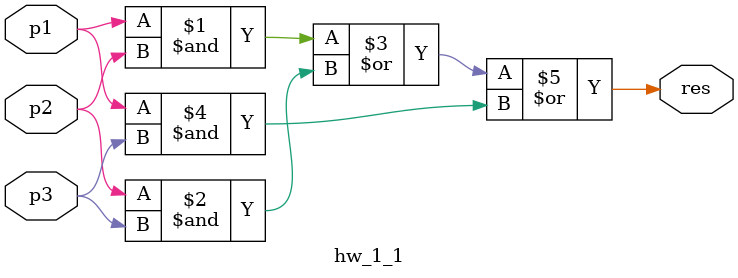
<source format=v>
module hw_1_1 (
    input  p1,p2,p3,
    output res
);
assign res = (p1&p2)|(p2&p3)|(p1&p3);
    
endmodule
</source>
